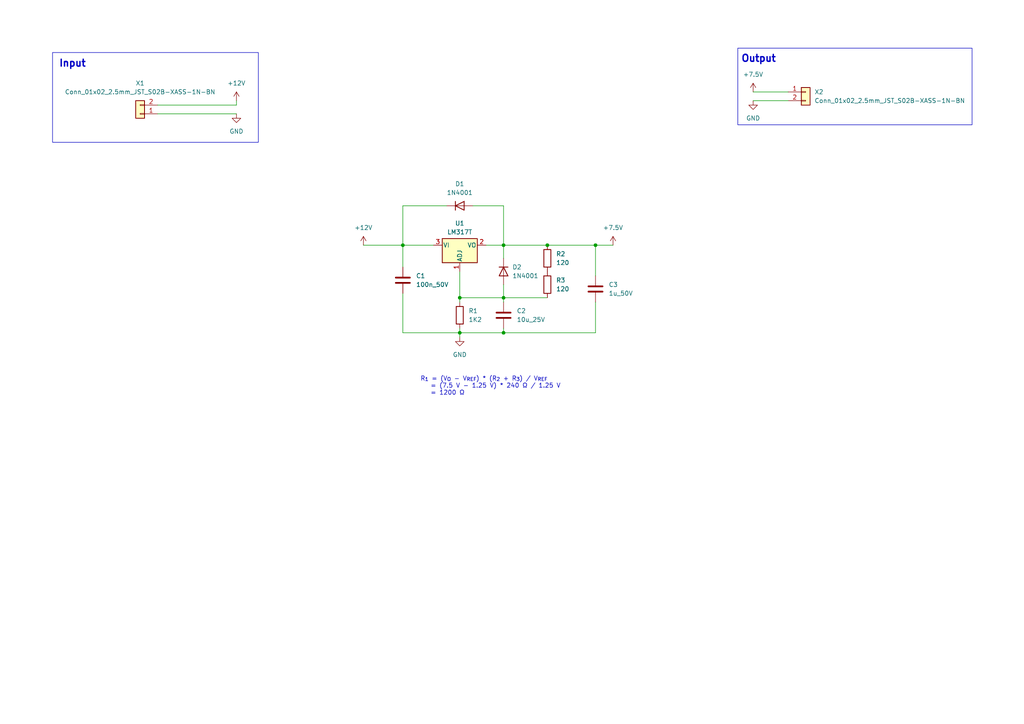
<source format=kicad_sch>
(kicad_sch (version 20231120) (generator "eeschema") (generator_version "8.0")
  (paper "A4")
  (lib_symbols
    (symbol "_C_0402:100n_50V" (pin_numbers hide) (pin_names (offset 0.254))
      (property "Reference" "C" (at 0.635 2.54 0))
      (property "Value" "100n_50V" (at 0.635 -2.54 0))
      (symbol "100n_50V_0_1"
        (polyline (pts (xy -2.032 -0.762) (xy 2.032 -0.762)) (stroke (width 0.508)))
        (polyline (pts (xy -2.032 0.762) (xy 2.032 0.762)) (stroke (width 0.508)))
      )
      (symbol "100n_50V_1_1"
        (pin passive line (at 0 3.81 270) (length 2.794) (name "~") (number "1"))
        (pin passive line (at 0 -3.81 90) (length 2.794) (name "~") (number "2"))
      )
    )
    (symbol "_C_0603:10u_25V" (pin_numbers hide) (pin_names (offset 0.254))
      (property "Reference" "C" (at 0.635 2.54 0))
      (property "Value" "10u_25V" (at 0.635 -2.54 0))
      (symbol "10u_25V_0_1"
        (polyline (pts (xy -2.032 -0.762) (xy 2.032 -0.762)) (stroke (width 0.508)))
        (polyline (pts (xy -2.032 0.762) (xy 2.032 0.762)) (stroke (width 0.508)))
      )
      (symbol "10u_25V_1_1"
        (pin passive line (at 0 3.81 270) (length 2.794) (name "~") (number "1"))
        (pin passive line (at 0 -3.81 90) (length 2.794) (name "~") (number "2"))
      )
    )
    (symbol "_C_0805:1u_50V" (pin_numbers hide) (pin_names (offset 0.254))
      (property "Reference" "C" (at 0.635 2.54 0))
      (property "Value" "1u_50V" (at 0.635 -2.54 0))
      (symbol "1u_50V_0_1"
        (polyline (pts (xy -2.032 -0.762) (xy 2.032 -0.762)) (stroke (width 0.508)))
        (polyline (pts (xy -2.032 0.762) (xy 2.032 0.762)) (stroke (width 0.508)))
      )
      (symbol "1u_50V_1_1"
        (pin passive line (at 0 3.81 270) (length 2.794) (name "~") (number "1"))
        (pin passive line (at 0 -3.81 90) (length 2.794) (name "~") (number "2"))
      )
    )
    (symbol "_Connector_JST:Conn_01x02_2.5mm_JST_S02B-XASS-1N-BN" (pin_names (offset 1.016) hide)
      (property "Reference" "X" (at 0 2.54 0))
      (property "Value" "Conn_01x02_2.5mm_JST_S02B-XASS-1N-BN" (at 0 -5.08 0))
      (symbol "Conn_01x02_2.5mm_JST_S02B-XASS-1N-BN_1_1"
        (rectangle (start -1.27 -2.413) (end 0 -2.667) (stroke (width 0.1524)))
        (rectangle (start -1.27 0.127) (end 0 -0.127) (stroke (width 0.1524)))
        (rectangle (start -1.27 1.27) (end 1.27 -3.81) (stroke (width 0.254)) (fill (type background)))
        (pin passive line (at -5.08 0 0) (length 3.81) (name "Pin_1") (number "1"))
        (pin passive line (at -5.08 -2.54 0) (length 3.81) (name "Pin_2") (number "2"))
      )
    )
    (symbol "_Diode:1N4001" (pin_numbers hide) (pin_names hide)
      (property "Reference" "D" (at 0 2.54 0))
      (property "Value" "1N4001" (at 0 -2.54 0))
      (symbol "1N4001_0_1"
        (polyline (pts (xy -1.27 1.27) (xy -1.27 -1.27)) (stroke (width 0.254)))
        (polyline (pts (xy 1.27 0) (xy -1.27 0)))
        (polyline (pts (xy 1.27 1.27) (xy 1.27 -1.27) (xy -1.27 0) (xy 1.27 1.27)) (stroke (width 0.254)))
      )
      (symbol "1N4001_1_1"
        (pin passive line (at -3.81 0 0) (length 2.54) (name "K") (number "1"))
        (pin passive line (at 3.81 0 180) (length 2.54) (name "A") (number "2"))
      )
    )
    (symbol "_R_0603:120" (pin_numbers hide) (pin_names (offset 0))
      (property "Reference" "R" (at 2.032 0 90))
      (property "Value" "120" (at 0 0 90))
      (symbol "120_0_1"
        (rectangle (start -1.016 -2.54) (end 1.016 2.54) (stroke (width 0.254)))
      )
      (symbol "120_1_1"
        (pin passive line (at 0 3.81 270) (length 1.27) (name "~") (number "1"))
        (pin passive line (at 0 -3.81 90) (length 1.27) (name "~") (number "2"))
      )
    )
    (symbol "_R_0603:1K2" (pin_numbers hide) (pin_names (offset 0))
      (property "Reference" "R" (at 2.032 0 90))
      (property "Value" "1K2" (at 0 0 90))
      (symbol "1K2_0_1"
        (rectangle (start -1.016 -2.54) (end 1.016 2.54) (stroke (width 0.254)))
      )
      (symbol "1K2_1_1"
        (pin passive line (at 0 3.81 270) (length 1.27) (name "~") (number "1"))
        (pin passive line (at 0 -3.81 90) (length 1.27) (name "~") (number "2"))
      )
    )
    (symbol "_Regulator_Linear:LM317T" (pin_names (offset 0.254))
      (property "Reference" "U" (at -3.81 3.175 0))
      (property "Value" "LM317T" (at 0 3.175 0))
      (symbol "LM317T_0_1"
        (rectangle (start -5.08 1.905) (end 5.08 -5.08) (stroke (width 0.254)) (fill (type background)))
      )
      (symbol "LM317T_1_1"
        (pin input line (at 0 -7.62 90) (length 2.54) (name "ADJ") (number "1"))
        (pin power_out line (at 7.62 0 180) (length 2.54) (name "VO") (number "2"))
        (pin power_in line (at -7.62 0 0) (length 2.54) (name "VI") (number "3"))
      )
    )
    (symbol "power:+12V" (power) (pin_names (offset 0))
      (property "Value" "+12V" (at 0 3.556 0))
      (symbol "+12V_0_1"
        (polyline (pts (xy -0.762 1.27) (xy 0 2.54)))
        (polyline (pts (xy 0 0) (xy 0 2.54)))
        (polyline (pts (xy 0 2.54) (xy 0.762 1.27)))
      )
      (symbol "+12V_1_1"
        (pin power_in line (at 0 0 90) (length 0) hide (name "+12V") (number "1"))
      )
    )
    (symbol "power:+7.5V" (power) (pin_names (offset 0))
      (property "Value" "+7.5V" (at 0 3.556 0))
      (symbol "+7.5V_0_1"
        (polyline (pts (xy -0.762 1.27) (xy 0 2.54)))
        (polyline (pts (xy 0 0) (xy 0 2.54)))
        (polyline (pts (xy 0 2.54) (xy 0.762 1.27)))
      )
      (symbol "+7.5V_1_1"
        (pin power_in line (at 0 0 90) (length 0) hide (name "+7.5V") (number "1"))
      )
    )
    (symbol "power:GND" (power) (pin_names (offset 0))
      (property "Value" "GND" (at 0 -3.81 0))
      (symbol "GND_0_1"
        (polyline (pts (xy 0 0) (xy 0 -1.27) (xy 1.27 -1.27) (xy 0 -2.54) (xy -1.27 -1.27) (xy 0 -1.27)))
      )
      (symbol "GND_1_1"
        (pin power_in line (at 0 0 270) (length 0) hide (name "GND") (number "1"))
      )
    )
  )
  (junction (at 133.35 86.36))
  (junction (at 146.05 71.12))
  (junction (at 146.05 96.52))
  (junction (at 133.35 96.52))
  (junction (at 116.84 71.12))
  (junction (at 146.05 86.36))
  (junction (at 172.72 71.12))
  (junction (at 158.75 71.12))
  (wire (pts (xy 146.05 96.52) (xy 172.72 96.52)))
  (wire (pts (xy 218.44 29.21) (xy 228.6 29.21)))
  (wire (pts (xy 116.84 96.52) (xy 133.35 96.52)))
  (wire (pts (xy 146.05 59.69) (xy 146.05 71.12)))
  (wire (pts (xy 133.35 78.74) (xy 133.35 86.36)))
  (wire (pts (xy 133.35 96.52) (xy 133.35 97.79)))
  (wire (pts (xy 158.75 71.12) (xy 172.72 71.12)))
  (wire (pts (xy 146.05 71.12) (xy 158.75 71.12)))
  (wire (pts (xy 146.05 82.55) (xy 146.05 86.36)))
  (wire (pts (xy 105.41 71.12) (xy 116.84 71.12)))
  (wire (pts (xy 177.8 71.12) (xy 172.72 71.12)))
  (wire (pts (xy 116.84 59.69) (xy 116.84 71.12)))
  (wire (pts (xy 116.84 71.12) (xy 125.73 71.12)))
  (wire (pts (xy 146.05 86.36) (xy 158.75 86.36)))
  (wire (pts (xy 172.72 87.63) (xy 172.72 96.52)))
  (wire (pts (xy 172.72 71.12) (xy 172.72 80.01)))
  (wire (pts (xy 133.35 96.52) (xy 146.05 96.52)))
  (wire (pts (xy 146.05 87.63) (xy 146.05 86.36)))
  (wire (pts (xy 140.97 71.12) (xy 146.05 71.12)))
  (wire (pts (xy 68.58 30.48) (xy 68.58 29.21)))
  (wire (pts (xy 146.05 71.12) (xy 146.05 74.93)))
  (wire (pts (xy 133.35 86.36) (xy 146.05 86.36)))
  (wire (pts (xy 129.54 59.69) (xy 116.84 59.69)))
  (wire (pts (xy 45.72 30.48) (xy 68.58 30.48)))
  (wire (pts (xy 146.05 95.25) (xy 146.05 96.52)))
  (wire (pts (xy 218.44 26.67) (xy 228.6 26.67)))
  (wire (pts (xy 133.35 87.63) (xy 133.35 86.36)))
  (wire (pts (xy 133.35 95.25) (xy 133.35 96.52)))
  (wire (pts (xy 45.72 33.02) (xy 68.58 33.02)))
  (wire (pts (xy 116.84 85.09) (xy 116.84 96.52)))
  (wire (pts (xy 116.84 77.47) (xy 116.84 71.12)))
  (wire (pts (xy 137.16 59.69) (xy 146.05 59.69)))
  (rectangle (start 213.995 13.97) (end 281.94 36.195))
  (rectangle (start 15.24 15.24) (end 74.93 41.275))
  (text "Output" (at 214.884 18.288 0) (effects (font (size 2 2) (thickness 0.4) (bold yes)) (justify left bottom)))
  (text "R_{1} = (V_{O} - V_{REF}) * (R_{2} + R_{3}) / V_{REF}\n   = (7.5 V - 1.25 V) * 240 Ω / 1.25 V\n   = 1200 Ω" (at 121.92 112.014 0) (effects (font (size 1.27 1.27)) (justify left)))
  (text "Input" (at 17.018 19.685 0) (effects (font (size 2 2) (thickness 0.4) (bold yes)) (justify left bottom)))
  (symbol (lib_id "_C_0603:10u_25V") (at 146.05 91.44 0) (unit 1)
    (property "Reference" "C2" (at 149.86 90.1699 0) (effects (justify left)))
    (property "Value" "10u_25V" (at 149.86 92.7099 0) (effects (justify left)))
    (property "Footprint" "Capacitor_SMD:C_0603_1608Metric" (effects (hide yes)))
    (property "Datasheet" "https://product.samsungsem.com/mlcc/CL10A106MA8NRN.do" (effects (hide yes)))
    (property "Description" "Capacitor 10uF 25V X5R 20% 0603" (effects (hide yes)))
    (property "MF" "Samsung Electro-Mechanics" (effects (hide yes)))
    (property "MPN" "CL10A106MA8NRNC" (effects (hide yes)))
    (property "OC_LCSC" "C96446" (effects (hide yes)))
    (property "path_to_docs" "Passive_Components/Capacitors/MLCC/Samsung_Electro-Mechanics" (effects (hide yes)))
  )
  (symbol (lib_id "_C_0805:1u_50V") (at 172.72 83.82 0) (unit 1)
    (property "Reference" "C3" (at 176.53 82.5499 0) (effects (justify left)))
    (property "Value" "1u_50V" (at 176.53 85.0899 0) (effects (justify left)))
    (property "Footprint" "Capacitor_SMD:C_0805_2012Metric" (effects (hide yes)))
    (property "Datasheet" "https://product.samsungsem.com/mlcc/CL21B105KBFNNN.do" (effects (hide yes)))
    (property "Description" "Capacitor 1uF 50V X7R 10% 0805" (effects (hide yes)))
    (property "MF" "Samsung Electro-Mechanics" (effects (hide yes)))
    (property "MPN" "CL21B105KBFNNNE" (effects (hide yes)))
    (property "OC_LCSC" "C28323" (effects (hide yes)))
    (property "path_to_docs" "Passive_Components/Capacitors/MLCC/Samsung_Electro-Mechanics" (effects (hide yes)))
  )
  (symbol (lib_id "_Regulator_Linear:LM317T") (at 133.35 71.12 0) (unit 1)
    (property "Reference" "U1" (at 133.35 64.77 0))
    (property "Value" "LM317T" (at 133.35 67.31 0))
    (property "Footprint" "Package_TO_SOT_THT:TO-220-3_Vertical" (effects (hide yes)))
    (property "Datasheet" "https://docs.rs-online.com/0054/0900766b813862fa.pdf" (effects (hide yes)))
    (property "Description" "1.5A 1.2 V to 37 V Adjustable Linear Regulator, TO-220" (effects (hide yes)))
    (property "MF" "STMicroelectronics" (effects (hide yes)))
    (property "MPN" "LM317T" (effects (hide yes)))
    (property "OC_LCSC" "C361026" (effects (hide yes)))
    (property "OC_RS" "714-0792" (effects (hide yes)))
    (property "path_to_docs" "documents/Semiconductors/Power_Management/Linear_Voltage_Regulators/LM317T" (effects (hide yes)))
  )
  (symbol (lib_id "_R_0603:1K2") (at 133.35 91.44 0) (unit 1)
    (property "Reference" "R1" (at 135.89 90.1699 0) (effects (justify left)))
    (property "Value" "1K2" (at 135.89 92.7099 0) (effects (justify left)))
    (property "Footprint" "Resistor_SMD:R_0603_1608Metric" (effects (hide yes)))
    (property "Description" "Resistor 1K2 1% 100mW 75V 0603" (effects (hide yes)))
    (property "MF" "UNI-ROYAL" (effects (hide yes)))
    (property "MPN" "0603WAF1201T5E" (effects (hide yes)))
    (property "OC_LCSC" "C22765" (effects (hide yes)))
    (property "path_to_docs" "Passive_Components/Resistors/UNI-ROYAL" (effects (hide yes)))
  )
  (symbol (lib_id "power:GND") (at 133.35 97.79 0) (unit 1)
    (property "Reference" "#PWR07" (effects (hide yes)))
    (property "Value" "GND" (at 133.35 102.87 0))
    (property "Description" "Power symbol creates a global label with name \"GND\" , ground" (effects (hide yes)))
  )
  (symbol (lib_id "power:GND") (at 68.58 33.02 0) (unit 1)
    (property "Reference" "#PWR02" (effects (hide yes)))
    (property "Value" "GND" (at 68.58 38.1 0))
    (property "Description" "Power symbol creates a global label with name \"GND\" , ground" (effects (hide yes)))
  )
  (symbol (lib_id "_R_0603:120") (at 158.75 74.93 0) (unit 1)
    (property "Reference" "R2" (at 161.29 73.6599 0) (effects (justify left)))
    (property "Value" "120" (at 161.29 76.1999 0) (effects (justify left)))
    (property "Footprint" "Resistor_SMD:R_0603_1608Metric" (effects (hide yes)))
    (property "Description" "Resistor 120 1% 100mW 75V 0603" (effects (hide yes)))
    (property "MF" "UNI-ROYAL" (effects (hide yes)))
    (property "MPN" "0603WAF1200T5E" (effects (hide yes)))
    (property "OC_LCSC" "C22787" (effects (hide yes)))
    (property "path_to_docs" "Passive_Components/Resistors/UNI-ROYAL" (effects (hide yes)))
  )
  (symbol (lib_id "_C_0402:100n_50V") (at 116.84 81.28 0) (unit 1)
    (property "Reference" "C1" (at 120.65 80.0099 0) (effects (justify left)))
    (property "Value" "100n_50V" (at 120.65 82.5499 0) (effects (justify left)))
    (property "Footprint" "Capacitor_SMD:C_0402_1005Metric" (effects (hide yes)))
    (property "Datasheet" "https://product.samsungsem.com/mlcc/CL05B104KB54PN.do" (effects (hide yes)))
    (property "Description" "Capacitor 100nF 50V X7R 10% 0402" (effects (hide yes)))
    (property "MF" "Samsung Electro-Mechanics" (effects (hide yes)))
    (property "MPN" "CL05B104KB54PNC" (effects (hide yes)))
    (property "OC_LCSC" "C307331" (effects (hide yes)))
    (property "path_to_docs" "Passive_Components/Capacitors/MLCC/Samsung_Electro-Mechanics" (effects (hide yes)))
  )
  (symbol (lib_id "_R_0603:120") (at 158.75 82.55 0) (unit 1)
    (property "Reference" "R3" (at 161.29 81.2799 0) (effects (justify left)))
    (property "Value" "120" (at 161.29 83.8199 0) (effects (justify left)))
    (property "Footprint" "Resistor_SMD:R_0603_1608Metric" (effects (hide yes)))
    (property "Description" "Resistor 120 1% 100mW 75V 0603" (effects (hide yes)))
    (property "MF" "UNI-ROYAL" (effects (hide yes)))
    (property "MPN" "0603WAF1200T5E" (effects (hide yes)))
    (property "OC_LCSC" "C22787" (effects (hide yes)))
    (property "path_to_docs" "Passive_Components/Resistors/UNI-ROYAL" (effects (hide yes)))
  )
  (symbol (lib_id "power:GND") (at 218.44 29.21 0) (unit 1)
    (property "Reference" "#PWR05" (effects (hide yes)))
    (property "Value" "GND" (at 218.44 34.29 0))
    (property "Description" "Power symbol creates a global label with name \"GND\" , ground" (effects (hide yes)))
  )
  (symbol (lib_id "_Connector_JST:Conn_01x02_2.5mm_JST_S02B-XASS-1N-BN") (at 40.64 33.02 180) (unit 1)
    (property "Reference" "X1" (at 40.64 24.13 0))
    (property "Value" "Conn_01x02_2.5mm_JST_S02B-XASS-1N-BN" (at 40.64 26.67 0))
    (property "Footprint" "Connector_JST:JST_XA_S02B-XASK-1N-BN_1x02_P2.50mm_Horizontal" (effects (hide yes)))
    (property "Datasheet" "https://wmsc.lcsc.com/wmsc/upload/file/pdf/v2/lcsc/1811141531_JST-S02B-XASS-1N-BN-LF-SN_C161669.pdf" (effects (hide yes)))
    (property "Description" "JST pin header (standard) XA total number of poles 2 Pitch: 2.50mm S02B-XASS-1N-BN(LF)(SN)" (effects (hide yes)))
    (property "MF" "JST" (effects (hide yes)))
    (property "MPN" "S02B-XASS-1N-BN(LF)(SN)" (effects (hide yes)))
    (property "OC_LCSC" "C161669" (effects (hide yes)))
    (property "OC_RS" "175-4729" (effects (hide yes)))
    (property "path_to_docs" "Connectors/JST/XA_Connector" (effects (hide yes)))
  )
  (symbol (lib_id "power:+12V") (at 68.58 29.21 0) (unit 1)
    (property "Reference" "#PWR01" (effects (hide yes)))
    (property "Value" "+12V" (at 68.58 24.13 0))
    (property "Description" "Power symbol creates a global label with name \"+12V\"" (effects (hide yes)))
  )
  (symbol (lib_id "power:+12V") (at 105.41 71.12 0) (unit 1)
    (property "Reference" "#PWR03" (effects (hide yes)))
    (property "Value" "+12V" (at 105.41 66.04 0))
    (property "Description" "Power symbol creates a global label with name \"+12V\"" (effects (hide yes)))
  )
  (symbol (lib_id "power:+7.5V") (at 177.8 71.12 0) (unit 1)
    (property "Reference" "#PWR04" (effects (hide yes)))
    (property "Value" "+7.5V" (at 177.8 66.04 0))
    (property "Description" "Power symbol creates a global label with name \"+7.5V\"" (effects (hide yes)))
  )
  (symbol (lib_id "power:+7.5V") (at 218.44 26.67 0) (unit 1)
    (property "Reference" "#PWR06" (effects (hide yes)))
    (property "Value" "+7.5V" (at 218.44 21.59 0))
    (property "Description" "Power symbol creates a global label with name \"+7.5V\"" (effects (hide yes)))
  )
  (symbol (lib_id "_Connector_JST:Conn_01x02_2.5mm_JST_S02B-XASS-1N-BN") (at 233.68 26.67 0) (unit 1)
    (property "Reference" "X2" (at 236.22 26.6699 0) (effects (justify left)))
    (property "Value" "Conn_01x02_2.5mm_JST_S02B-XASS-1N-BN" (at 236.22 29.2099 0) (effects (justify left)))
    (property "Footprint" "Connector_JST:JST_XA_S02B-XASK-1N-BN_1x02_P2.50mm_Horizontal" (effects (hide yes)))
    (property "Datasheet" "https://wmsc.lcsc.com/wmsc/upload/file/pdf/v2/lcsc/1811141531_JST-S02B-XASS-1N-BN-LF-SN_C161669.pdf" (effects (hide yes)))
    (property "Description" "JST pin header (standard) XA total number of poles 2 Pitch: 2.50mm S02B-XASS-1N-BN(LF)(SN)" (effects (hide yes)))
    (property "MF" "JST" (effects (hide yes)))
    (property "MPN" "S02B-XASS-1N-BN(LF)(SN)" (effects (hide yes)))
    (property "OC_LCSC" "C161669" (effects (hide yes)))
    (property "OC_RS" "175-4729" (effects (hide yes)))
    (property "path_to_docs" "Connectors/JST/XA_Connector" (effects (hide yes)))
  )
  (symbol (lib_id "_Diode:1N4001") (at 146.05 78.74 270) (unit 1)
    (property "Reference" "D2" (at 148.59 77.4699 90) (effects (justify left)))
    (property "Value" "1N4001" (at 148.59 80.0099 90) (effects (justify left)))
    (property "Footprint" "Diode_SMD:D_SMA" (effects (hide yes)))
    (property "Datasheet" "https://www.lcsc.com/datasheet/lcsc_datasheet_2304140030_TWGMC-1N4001_C727079.pdf" (effects (hide yes)))
    (property "Description" "1A Independent Type 50V 1.1V@1A General Rectifier" (effects (hide yes)))
    (property "Sim.Device" "D" (effects (hide yes)))
    (property "Sim.Pins" "1=K 2=A" (effects (hide yes)))
    (property "MF" "TWGMC" (effects (hide yes)))
    (property "MPN" "1N4001" (effects (hide yes)))
    (property "OC_LCSC" "C727079" (effects (hide yes)))
    (property "path_to_docs" "Semiconductors/Discrete_Semiconductors/Diodes_Rectifiers/Rectifiers/1N4001" (effects (hide yes)))
  )
  (symbol (lib_id "_Diode:1N4001") (at 133.35 59.69 0) (unit 1)
    (property "Reference" "D1" (at 133.35 53.34 0))
    (property "Value" "1N4001" (at 133.35 55.88 0))
    (property "Footprint" "Diode_SMD:D_SMA" (effects (hide yes)))
    (property "Datasheet" "https://www.lcsc.com/datasheet/lcsc_datasheet_2304140030_TWGMC-1N4001_C727079.pdf" (effects (hide yes)))
    (property "Description" "1A Independent Type 50V 1.1V@1A General Rectifier" (effects (hide yes)))
    (property "Sim.Device" "D" (effects (hide yes)))
    (property "Sim.Pins" "1=K 2=A" (effects (hide yes)))
    (property "MF" "TWGMC" (effects (hide yes)))
    (property "MPN" "1N4001" (effects (hide yes)))
    (property "OC_LCSC" "C727079" (effects (hide yes)))
    (property "path_to_docs" "Semiconductors/Discrete_Semiconductors/Diodes_Rectifiers/Rectifiers/1N4001" (effects (hide yes)))
  )
)
</source>
